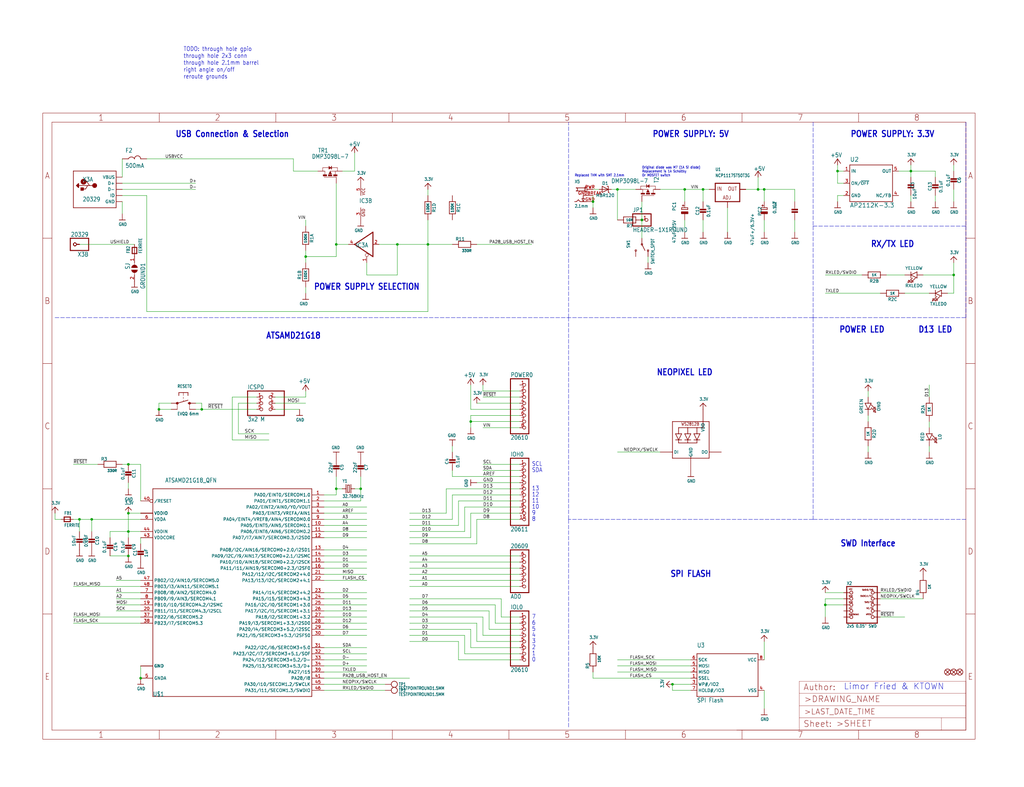
<source format=kicad_sch>
(kicad_sch (version 20211123) (generator eeschema)
  (paper "User" 425.45 327.228)
  (junction (at 317.5 78.74))
  (junction (at 177.8 101.6))
  (junction (at 38.1 215.9))
  (junction (at 33.02 215.9))
  (junction (at 246.38 83.82))
  (junction (at 256.54 78.74))
  (junction (at 266.7 91.44))
  (junction (at 314.96 78.74))
  (junction (at 292.1 78.74))
  (junction (at 66.04 170.18))
  (junction (at 83.82 170.18))
  (junction (at 347.98 71.12))
  (junction (at 58.42 281.94))
  (junction (at 378.46 71.12))
  (junction (at 53.34 213.36))
  (junction (at 139.7 101.6))
  (junction (at 53.34 193.04))
  (junction (at 127 106.68))
  (junction (at 53.34 220.98))
  (junction (at 53.34 231.14))
  (junction (at 149.86 203.2))
  (junction (at 165.1 101.6))
  (junction (at 279.4 284.48))
  (junction (at 284.48 78.74))
  (junction (at 139.7 203.2))
  (junction (at 195.58 175.26))
  (junction (at 396.24 114.3))
  (junction (at 342.9 251.46))
  (wire (pts (xy 170.18 226.06) (xy 198.12 226.06)))
  (wire (pts (xy 396.24 114.3) (xy 396.24 109.22)))
  (wire (pts (xy 177.8 101.6) (xy 187.96 101.6)))
  (wire (pts (xy 215.9 170.18) (xy 195.58 170.18)))
  (wire (pts (xy 134.62 208.28) (xy 149.86 208.28)))
  (wire (pts (xy 58.42 259.08) (xy 30.48 259.08)))
  (wire (pts (xy 53.34 223.52) (xy 53.34 220.98)))
  (wire (pts (xy 198.12 226.06) (xy 198.12 215.9)))
  (wire (pts (xy 53.34 200.66) (xy 53.34 203.2)))
  (wire (pts (xy 33.02 220.98) (xy 33.02 215.9)))
  (wire (pts (xy 106.68 165.1) (xy 96.52 165.1)))
  (wire (pts (xy 215.9 175.26) (xy 195.58 175.26)))
  (wire (pts (xy 309.88 78.74) (xy 314.96 78.74)))
  (polyline (pts (xy 337.82 93.98) (xy 337.82 132.08)))
  (wire (pts (xy 190.5 218.44) (xy 170.18 218.44)))
  (polyline (pts (xy 236.22 302.26) (xy 236.22 215.9)))
  (wire (pts (xy 195.58 175.26) (xy 195.58 177.8)))
  (wire (pts (xy 383.54 248.92) (xy 365.76 248.92)))
  (wire (pts (xy 152.4 256.54) (xy 134.62 256.54)))
  (wire (pts (xy 134.62 279.4) (xy 152.4 279.4)))
  (wire (pts (xy 106.68 167.64) (xy 99.06 167.64)))
  (wire (pts (xy 149.86 203.2) (xy 149.86 198.12)))
  (wire (pts (xy 185.42 203.2) (xy 215.9 203.2)))
  (wire (pts (xy 215.9 213.36) (xy 195.58 213.36)))
  (wire (pts (xy 388.62 71.12) (xy 388.62 73.66)))
  (wire (pts (xy 342.9 248.92) (xy 342.9 251.46)))
  (wire (pts (xy 106.68 170.18) (xy 83.82 170.18)))
  (polyline (pts (xy 236.22 215.9) (xy 236.22 132.08)))
  (polyline (pts (xy 337.82 215.9) (xy 236.22 215.9)))
  (wire (pts (xy 215.9 208.28) (xy 190.5 208.28)))
  (wire (pts (xy 60.96 129.54) (xy 177.8 129.54)))
  (wire (pts (xy 292.1 78.74) (xy 284.48 78.74)))
  (wire (pts (xy 287.02 284.48) (xy 279.4 284.48)))
  (wire (pts (xy 152.4 114.3) (xy 165.1 114.3)))
  (wire (pts (xy 193.04 210.82) (xy 215.9 210.82)))
  (wire (pts (xy 246.38 279.4) (xy 246.38 281.94)))
  (wire (pts (xy 134.62 233.68) (xy 152.4 233.68)))
  (wire (pts (xy 200.66 256.54) (xy 170.18 256.54)))
  (wire (pts (xy 215.9 269.24) (xy 195.58 269.24)))
  (wire (pts (xy 45.72 220.98) (xy 53.34 220.98)))
  (wire (pts (xy 200.66 177.8) (xy 215.9 177.8)))
  (wire (pts (xy 203.2 254) (xy 203.2 261.62)))
  (wire (pts (xy 58.42 241.3) (xy 48.26 241.3)))
  (wire (pts (xy 360.68 162.56) (xy 360.68 165.1)))
  (wire (pts (xy 134.62 269.24) (xy 152.4 269.24)))
  (wire (pts (xy 177.8 129.54) (xy 177.8 101.6)))
  (wire (pts (xy 33.02 215.9) (xy 38.1 215.9)))
  (wire (pts (xy 48.26 254) (xy 58.42 254)))
  (wire (pts (xy 330.2 91.44) (xy 330.2 96.52)))
  (wire (pts (xy 170.18 254) (xy 203.2 254)))
  (wire (pts (xy 30.48 256.54) (xy 58.42 256.54)))
  (wire (pts (xy 147.32 203.2) (xy 149.86 203.2)))
  (wire (pts (xy 50.8 81.28) (xy 60.96 81.28)))
  (wire (pts (xy 368.3 114.3) (xy 375.92 114.3)))
  (wire (pts (xy 347.98 76.2) (xy 347.98 71.12)))
  (wire (pts (xy 396.24 121.92) (xy 396.24 114.3)))
  (wire (pts (xy 279.4 284.48) (xy 279.4 287.02)))
  (wire (pts (xy 187.96 215.9) (xy 170.18 215.9)))
  (wire (pts (xy 292.1 91.44) (xy 292.1 96.52)))
  (wire (pts (xy 152.4 218.44) (xy 134.62 218.44)))
  (wire (pts (xy 198.12 266.7) (xy 215.9 266.7)))
  (wire (pts (xy 170.18 231.14) (xy 215.9 231.14)))
  (wire (pts (xy 195.58 261.62) (xy 170.18 261.62)))
  (wire (pts (xy 127 165.1) (xy 114.3 165.1)))
  (wire (pts (xy 200.66 165.1) (xy 215.9 165.1)))
  (wire (pts (xy 134.62 264.16) (xy 152.4 264.16)))
  (wire (pts (xy 139.7 76.2) (xy 139.7 101.6)))
  (wire (pts (xy 142.24 71.12) (xy 147.32 71.12)))
  (wire (pts (xy 177.8 91.44) (xy 177.8 101.6)))
  (wire (pts (xy 287.02 274.32) (xy 256.54 274.32)))
  (wire (pts (xy 350.52 248.92) (xy 342.9 248.92)))
  (wire (pts (xy 142.24 203.2) (xy 139.7 203.2)))
  (wire (pts (xy 33.02 101.6) (xy 55.88 101.6)))
  (wire (pts (xy 378.46 71.12) (xy 378.46 73.66)))
  (wire (pts (xy 386.08 175.26) (xy 386.08 177.8)))
  (wire (pts (xy 350.52 76.2) (xy 347.98 76.2)))
  (wire (pts (xy 187.96 187.96) (xy 187.96 185.42)))
  (wire (pts (xy 134.62 205.74) (xy 139.7 205.74)))
  (wire (pts (xy 358.14 114.3) (xy 342.9 114.3)))
  (wire (pts (xy 190.5 266.7) (xy 170.18 266.7)))
  (wire (pts (xy 165.1 114.3) (xy 165.1 101.6)))
  (wire (pts (xy 246.38 281.94) (xy 287.02 281.94)))
  (wire (pts (xy 152.4 109.22) (xy 152.4 114.3)))
  (wire (pts (xy 342.9 251.46) (xy 342.9 256.54)))
  (wire (pts (xy 193.04 264.16) (xy 193.04 271.78)))
  (wire (pts (xy 208.28 256.54) (xy 215.9 256.54)))
  (wire (pts (xy 215.9 233.68) (xy 170.18 233.68)))
  (wire (pts (xy 134.62 220.98) (xy 152.4 220.98)))
  (wire (pts (xy 127 162.56) (xy 127 165.1)))
  (wire (pts (xy 185.42 213.36) (xy 185.42 203.2)))
  (wire (pts (xy 269.24 106.68) (xy 269.24 109.22)))
  (wire (pts (xy 314.96 73.66) (xy 314.96 78.74)))
  (wire (pts (xy 149.86 208.28) (xy 149.86 203.2)))
  (wire (pts (xy 215.9 274.32) (xy 190.5 274.32)))
  (wire (pts (xy 152.4 228.6) (xy 134.62 228.6)))
  (wire (pts (xy 157.48 101.6) (xy 165.1 101.6)))
  (wire (pts (xy 284.48 83.82) (xy 284.48 78.74)))
  (wire (pts (xy 134.62 274.32) (xy 152.4 274.32)))
  (wire (pts (xy 347.98 81.28) (xy 347.98 83.82)))
  (wire (pts (xy 215.9 200.66) (xy 198.12 200.66)))
  (wire (pts (xy 274.32 78.74) (xy 284.48 78.74)))
  (wire (pts (xy 40.64 193.04) (xy 30.48 193.04)))
  (wire (pts (xy 378.46 81.28) (xy 378.46 83.82)))
  (wire (pts (xy 134.62 215.9) (xy 152.4 215.9)))
  (wire (pts (xy 58.42 246.38) (xy 48.26 246.38)))
  (wire (pts (xy 134.62 223.52) (xy 152.4 223.52)))
  (wire (pts (xy 22.86 213.36) (xy 22.86 215.9)))
  (wire (pts (xy 198.12 215.9) (xy 215.9 215.9)))
  (wire (pts (xy 81.28 167.64) (xy 83.82 167.64)))
  (polyline (pts (xy 337.82 132.08) (xy 236.22 132.08)))
  (wire (pts (xy 215.9 167.64) (xy 198.12 167.64)))
  (wire (pts (xy 203.2 261.62) (xy 215.9 261.62)))
  (wire (pts (xy 187.96 215.9) (xy 187.96 205.74)))
  (wire (pts (xy 127 93.98) (xy 127 91.44)))
  (wire (pts (xy 139.7 203.2) (xy 139.7 205.74)))
  (wire (pts (xy 347.98 71.12) (xy 350.52 71.12)))
  (wire (pts (xy 378.46 71.12) (xy 388.62 71.12)))
  (wire (pts (xy 83.82 167.64) (xy 83.82 170.18)))
  (wire (pts (xy 378.46 68.58) (xy 378.46 71.12)))
  (wire (pts (xy 200.66 162.56) (xy 215.9 162.56)))
  (polyline (pts (xy 401.32 215.9) (xy 337.82 215.9)))
  (wire (pts (xy 127 106.68) (xy 139.7 106.68)))
  (wire (pts (xy 205.74 259.08) (xy 205.74 251.46)))
  (wire (pts (xy 383.54 114.3) (xy 396.24 114.3)))
  (wire (pts (xy 208.28 248.92) (xy 208.28 256.54)))
  (wire (pts (xy 373.38 71.12) (xy 378.46 71.12)))
  (polyline (pts (xy 337.82 93.98) (xy 401.32 93.98)))
  (wire (pts (xy 375.92 121.92) (xy 386.08 121.92)))
  (wire (pts (xy 121.92 66.04) (xy 121.92 71.12)))
  (wire (pts (xy 160.02 287.02) (xy 134.62 287.02)))
  (wire (pts (xy 144.78 101.6) (xy 139.7 101.6)))
  (wire (pts (xy 139.7 106.68) (xy 139.7 101.6)))
  (wire (pts (xy 195.58 269.24) (xy 195.58 261.62)))
  (wire (pts (xy 195.58 160.02) (xy 195.58 170.18)))
  (wire (pts (xy 187.96 195.58) (xy 187.96 198.12)))
  (wire (pts (xy 134.62 213.36) (xy 152.4 213.36)))
  (wire (pts (xy 99.06 180.34) (xy 111.76 180.34)))
  (wire (pts (xy 71.12 170.18) (xy 66.04 170.18)))
  (wire (pts (xy 53.34 193.04) (xy 58.42 193.04)))
  (wire (pts (xy 177.8 81.28) (xy 177.8 78.74)))
  (wire (pts (xy 81.28 170.18) (xy 83.82 170.18)))
  (wire (pts (xy 246.38 83.82) (xy 246.38 86.36)))
  (wire (pts (xy 58.42 213.36) (xy 53.34 213.36)))
  (wire (pts (xy 365.76 256.54) (xy 375.92 256.54)))
  (wire (pts (xy 388.62 81.28) (xy 388.62 83.82)))
  (wire (pts (xy 121.92 71.12) (xy 132.08 71.12)))
  (wire (pts (xy 193.04 271.78) (xy 215.9 271.78)))
  (wire (pts (xy 256.54 91.44) (xy 256.54 78.74)))
  (wire (pts (xy 350.52 246.38) (xy 342.9 246.38)))
  (wire (pts (xy 58.42 276.86) (xy 58.42 281.94)))
  (wire (pts (xy 279.4 287.02) (xy 287.02 287.02)))
  (wire (pts (xy 22.86 215.9) (xy 25.4 215.9)))
  (wire (pts (xy 134.62 210.82) (xy 152.4 210.82)))
  (wire (pts (xy 215.9 193.04) (xy 200.66 193.04)))
  (wire (pts (xy 266.7 91.44) (xy 266.7 99.06)))
  (wire (pts (xy 195.58 223.52) (xy 170.18 223.52)))
  (wire (pts (xy 317.5 91.44) (xy 317.5 96.52)))
  (wire (pts (xy 45.72 223.52) (xy 45.72 220.98)))
  (wire (pts (xy 134.62 251.46) (xy 152.4 251.46)))
  (wire (pts (xy 96.52 182.88) (xy 111.76 182.88)))
  (wire (pts (xy 170.18 248.92) (xy 208.28 248.92)))
  (wire (pts (xy 58.42 243.84) (xy 30.48 243.84)))
  (wire (pts (xy 45.72 231.14) (xy 53.34 231.14)))
  (wire (pts (xy 66.04 167.64) (xy 66.04 170.18)))
  (wire (pts (xy 266.7 91.44) (xy 266.7 83.82)))
  (wire (pts (xy 187.96 205.74) (xy 215.9 205.74)))
  (wire (pts (xy 200.66 160.02) (xy 200.66 162.56)))
  (wire (pts (xy 53.34 193.04) (xy 50.8 193.04)))
  (wire (pts (xy 99.06 167.64) (xy 99.06 180.34)))
  (wire (pts (xy 152.4 236.22) (xy 134.62 236.22)))
  (wire (pts (xy 134.62 241.3) (xy 152.4 241.3)))
  (wire (pts (xy 134.62 254) (xy 152.4 254)))
  (wire (pts (xy 147.32 71.12) (xy 147.32 63.5)))
  (wire (pts (xy 330.2 78.74) (xy 330.2 83.82)))
  (wire (pts (xy 134.62 231.14) (xy 152.4 231.14)))
  (wire (pts (xy 396.24 78.74) (xy 396.24 83.82)))
  (wire (pts (xy 246.38 81.28) (xy 246.38 83.82)))
  (wire (pts (xy 170.18 264.16) (xy 193.04 264.16)))
  (wire (pts (xy 215.9 198.12) (xy 187.96 198.12)))
  (wire (pts (xy 256.54 276.86) (xy 287.02 276.86)))
  (wire (pts (xy 314.96 78.74) (xy 317.5 78.74)))
  (polyline (pts (xy 337.82 132.08) (xy 401.32 132.08)))
  (wire (pts (xy 134.62 238.76) (xy 152.4 238.76)))
  (wire (pts (xy 152.4 248.92) (xy 134.62 248.92)))
  (wire (pts (xy 195.58 172.72) (xy 195.58 175.26)))
  (wire (pts (xy 215.9 243.84) (xy 170.18 243.84)))
  (wire (pts (xy 256.54 78.74) (xy 264.16 78.74)))
  (wire (pts (xy 124.46 170.18) (xy 114.3 170.18)))
  (polyline (pts (xy 401.32 93.98) (xy 401.32 132.08)))
  (wire (pts (xy 317.5 78.74) (xy 330.2 78.74)))
  (wire (pts (xy 152.4 276.86) (xy 134.62 276.86)))
  (wire (pts (xy 60.96 81.28) (xy 60.96 129.54)))
  (wire (pts (xy 165.1 101.6) (xy 177.8 101.6)))
  (wire (pts (xy 317.5 78.74) (xy 317.5 83.82)))
  (polyline (pts (xy 401.32 50.8) (xy 401.32 93.98)))
  (wire (pts (xy 254 78.74) (xy 256.54 78.74)))
  (wire (pts (xy 50.8 83.82) (xy 50.8 88.9)))
  (wire (pts (xy 127 121.92) (xy 127 119.38)))
  (wire (pts (xy 134.62 281.94) (xy 170.18 281.94)))
  (polyline (pts (xy 337.82 50.8) (xy 337.82 93.98)))
  (wire (pts (xy 294.64 78.74) (xy 292.1 78.74)))
  (wire (pts (xy 114.3 167.64) (xy 127 167.64)))
  (wire (pts (xy 170.18 220.98) (xy 193.04 220.98)))
  (wire (pts (xy 396.24 71.12) (xy 396.24 68.58)))
  (wire (pts (xy 38.1 215.9) (xy 58.42 215.9)))
  (wire (pts (xy 58.42 223.52) (xy 58.42 226.06)))
  (polyline (pts (xy 236.22 132.08) (xy 236.22 50.8)))
  (wire (pts (xy 386.08 187.96) (xy 386.08 185.42)))
  (wire (pts (xy 360.68 185.42) (xy 360.68 187.96)))
  (wire (pts (xy 170.18 241.3) (xy 215.9 241.3)))
  (wire (pts (xy 60.96 66.04) (xy 121.92 66.04)))
  (wire (pts (xy 134.62 271.78) (xy 152.4 271.78)))
  (wire (pts (xy 170.18 213.36) (xy 185.42 213.36)))
  (wire (pts (xy 134.62 284.48) (xy 160.02 284.48)))
  (wire (pts (xy 200.66 264.16) (xy 200.66 256.54)))
  (wire (pts (xy 292.1 78.74) (xy 292.1 83.82)))
  (wire (pts (xy 127 109.22) (xy 127 106.68)))
  (wire (pts (xy 317.5 294.64) (xy 317.5 287.02)))
  (wire (pts (xy 287.02 279.4) (xy 256.54 279.4)))
  (wire (pts (xy 215.9 195.58) (xy 200.66 195.58)))
  (wire (pts (xy 302.26 96.52) (xy 302.26 86.36)))
  (polyline (pts (xy 22.86 132.08) (xy 236.22 132.08)))
  (wire (pts (xy 48.26 248.92) (xy 58.42 248.92)))
  (wire (pts (xy 215.9 172.72) (xy 195.58 172.72)))
  (wire (pts (xy 205.74 251.46) (xy 170.18 251.46)))
  (wire (pts (xy 170.18 236.22) (xy 215.9 236.22)))
  (wire (pts (xy 30.48 215.9) (xy 33.02 215.9)))
  (wire (pts (xy 215.9 238.76) (xy 170.18 238.76)))
  (wire (pts (xy 58.42 193.04) (xy 58.42 208.28)))
  (wire (pts (xy 58.42 220.98) (xy 53.34 220.98)))
  (polyline (pts (xy 337.82 132.08) (xy 337.82 215.9)))
  (wire (pts (xy 284.48 96.52) (xy 284.48 91.44)))
  (wire (pts (xy 139.7 198.12) (xy 139.7 203.2)))
  (wire (pts (xy 386.08 160.02) (xy 386.08 165.1)))
  (wire (pts (xy 50.8 66.04) (xy 50.8 73.66)))
  (wire (pts (xy 134.62 259.08) (xy 152.4 259.08)))
  (wire (pts (xy 350.52 251.46) (xy 342.9 251.46)))
  (wire (pts (xy 71.12 167.64) (xy 66.04 167.64)))
  (wire (pts (xy 393.7 121.92) (xy 396.24 121.92)))
  (wire (pts (xy 127 106.68) (xy 127 104.14)))
  (wire (pts (xy 274.32 187.96) (xy 256.54 187.96)))
  (wire (pts (xy 134.62 261.62) (xy 152.4 261.62)))
  (wire (pts (xy 248.92 78.74) (xy 246.38 78.74)))
  (wire (pts (xy 96.52 165.1) (xy 96.52 182.88)))
  (wire (pts (xy 190.5 208.28) (xy 190.5 218.44)))
  (wire (pts (xy 317.5 266.7) (xy 317.5 274.32)))
  (wire (pts (xy 50.8 78.74) (xy 81.28 78.74)))
  (wire (pts (xy 195.58 213.36) (xy 195.58 223.52)))
  (wire (pts (xy 53.34 220.98) (xy 53.34 213.36)))
  (wire (pts (xy 220.98 101.6) (xy 198.12 101.6)))
  (wire (pts (xy 215.9 264.16) (xy 200.66 264.16)))
  (wire (pts (xy 198.12 259.08) (xy 198.12 266.7)))
  (wire (pts (xy 38.1 220.98) (xy 38.1 215.9)))
  (wire (pts (xy 170.18 259.08) (xy 198.12 259.08)))
  (wire (pts (xy 347.98 68.58) (xy 347.98 71.12)))
  (wire (pts (xy 365.76 246.38) (xy 375.92 246.38)))
  (wire (pts (xy 58.42 251.46) (xy 48.26 251.46)))
  (wire (pts (xy 350.52 81.28) (xy 347.98 81.28)))
  (wire (pts (xy 190.5 274.32) (xy 190.5 266.7)))
  (wire (pts (xy 360.68 175.26) (xy 360.68 172.72)))
  (wire (pts (xy 50.8 76.2) (xy 81.28 76.2)))
  (wire (pts (xy 215.9 259.08) (xy 205.74 259.08)))
  (wire (pts (xy 193.04 220.98) (xy 193.04 210.82)))
  (wire (pts (xy 342.9 121.92) (xy 365.76 121.92)))
  (wire (pts (xy 134.62 246.38) (xy 152.4 246.38)))
  (text "13" (at 220.98 203.2 180) (effects (font (size 1.778 1.5113)) (justify left)))
  (text "2" (at 220.98 269.24 180) (effects (font (size 1.778 1.5113)) (justify left)))
  (text "D13 LED" (at 388.62 137.16 180) (effects (font (size 2.54 2.159) (thickness 0.4318) bold)))
  (text "9" (at 220.98 213.36 180) (effects (font (size 1.778 1.5113)) (justify left)))
  (text "10" (at 220.98 210.82 180) (effects (font (size 1.778 1.5113)) (justify left)))
  (text "ATSAMD21G18" (at 121.92 139.7 180) (effects (font (size 2.54 2.159) (thickness 0.4318) bold)))
  (text "3" (at 220.98 266.7 180) (effects (font (size 1.778 1.5113)) (justify left)))
  (text "POWER LED" (at 358.14 137.16 180) (effects (font (size 2.54 2.159) (thickness 0.4318) bold)))
  (text "POWER SUPPLY: 3.3V" (at 370.84 55.88 180) (effects (font (size 2.54 2.159) (thickness 0.4318) bold)))
  (text "TODO: through hole gpio\nthrough hole 2x3 conn\nthrough hole 2.1mm barrel\nright angle on/off\nreroute grounds" (at 76.2 33.02 180) (effects (font (size 1.778 1.5113)) (justify left bottom)))
  (text "8" (at 220.98 215.9 180) (effects (font (size 1.778 1.5113)) (justify left)))
  (text "USB Connection & Selection" (at 96.52 55.88 180) (effects (font (size 2.54 2.159) (thickness 0.4318) bold)))
  (text "11" (at 220.98 208.28 180) (effects (font (size 1.778 1.5113)) (justify left)))
  (text "SDA" (at 220.98 195.58 180) (effects (font (size 1.778 1.5113)) (justify left)))
  (text "1" (at 220.98 271.78 180) (effects (font (size 1.778 1.5113)) (justify left)))
  (text "4" (at 220.98 264.16 180) (effects (font (size 1.778 1.5113)) (justify left)))
  (text "12" (at 220.98 205.74 180) (effects (font (size 1.778 1.5113)) (justify left)))
  (text "POWER SUPPLY SELECTION" (at 152.4 119.38 180) (effects (font (size 2.54 2.159) (thickness 0.4318) bold)))
  (text "SPI FLASH" (at 287.02 238.76 180) (effects (font (size 2.54 2.159) (thickness 0.4318) bold)))
  (text "POWER SUPPLY: 5V" (at 287.02 55.88 180) (effects (font (size 2.54 2.159) (thickness 0.4318) bold)))
  (text "Original diode was M7 (1A Si diode)\nReplacement is 1A Schottky\nOr MOSFET switch" (at 266.7 73.66 180) (effects (font (size 1.016 0.8636)) (justify left bottom)))
  (text "RX/TX LED" (at 370.84 101.6 180) (effects (font (size 2.54 2.159) (thickness 0.4318) bold)))
  (text "NEOPIXEL LED" (at 284.48 154.94 180) (effects (font (size 2.54 2.159) (thickness 0.4318) bold)))
  (text "SWD Interface" (at 360.68 226.06 180) (effects (font (size 2.54 2.159) (thickness 0.4318) bold)))
  (text "0" (at 220.98 274.32 180) (effects (font (size 1.778 1.5113)) (justify left)))
  (text "6" (at 220.98 259.08 180) (effects (font (size 1.778 1.5113)) (justify left)))
  (text "SCL" (at 220.98 193.04 180) (effects (font (size 1.778 1.5113)) (justify left)))
  (text "Limor Fried & KTOWN" (at 350.52 287.02 180) (effects (font (size 2.54 2.54)) (justify left bottom)))
  (text "Replaced THM with SMT 2.1mm" (at 238.76 73.66 180) (effects (font (size 1.016 0.8636)) (justify left bottom)))
  (text "7" (at 220.98 256.54 180) (effects (font (size 1.778 1.5113)) (justify left)))
  (text "5" (at 220.98 261.62 180) (effects (font (size 1.778 1.5113)) (justify left)))
  (label "A4" (at 142.24 218.44 0) (effects (font (size 1.2446 1.2446))))
  (label "FLASH_SCK" (at 30.48 259.08 0) (effects (font (size 1.2446 1.2446))))
  (label "D13" (at 175.26 213.36 0) (effects (font (size 1.2446 1.2446))))
  (label "PA28_USB_HOST_EN" (at 203.2 101.6 0) (effects (font (size 1.2446 1.2446))))
  (label "NEOPIX/SWCLK" (at 142.24 284.48 0) (effects (font (size 1.2446 1.2446))))
  (label "D2" (at 175.26 261.62 0) (effects (font (size 1.2446 1.2446))))
  (label "~{RESET}" (at 30.48 193.04 0) (effects (font (size 1.2446 1.2446))))
  (label "MOSI" (at 119.38 167.64 0) (effects (font (size 1.3513 1.3513))))
  (label "FLASH_MOSI" (at 261.62 276.86 0) (effects (font (size 1.2446 1.2446))))
  (label "D12" (at 175.26 215.9 0) (effects (font (size 1.2446 1.2446))))
  (label "MOSI" (at 48.26 251.46 0) (effects (font (size 1.2446 1.2446))))
  (label "D13" (at 142.24 254 0) (effects (font (size 1.2446 1.2446))))
  (label "D9" (at 200.66 213.36 0) (effects (font (size 1.3513 1.3513))))
  (label "D5" (at 175.26 254 0) (effects (font (size 1.2446 1.2446))))
  (label "~{RESET}" (at 86.36 170.18 0) (effects (font (size 1.3513 1.3513))))
  (label "D1" (at 142.24 233.68 0) (effects (font (size 1.2446 1.2446))))
  (label "TXLED" (at 342.9 121.92 0) (effects (font (size 1.2446 1.2446))))
  (label "USBVCC" (at 68.58 66.04 0) (effects (font (size 1.2446 1.2446))))
  (label "D7" (at 175.26 248.92 0) (effects (font (size 1.2446 1.2446))))
  (label "A2" (at 175.26 238.76 0) (effects (font (size 1.2446 1.2446))))
  (label "D12" (at 200.66 205.74 0) (effects (font (size 1.3513 1.3513))))
  (label "D2" (at 142.24 246.38 0) (effects (font (size 1.2446 1.2446))))
  (label "RXLED/SWDIO" (at 365.76 246.38 0) (effects (font (size 1.2446 1.2446))))
  (label "~{RESET}" (at 365.76 256.54 0) (effects (font (size 1.2446 1.2446))))
  (label "SDA" (at 200.66 195.58 0) (effects (font (size 1.2446 1.2446))))
  (label "SCK" (at 48.26 254 0) (effects (font (size 1.2446 1.2446))))
  (label "A3" (at 142.24 215.9 0) (effects (font (size 1.2446 1.2446))))
  (label "D9" (at 175.26 223.52 0) (effects (font (size 1.2446 1.2446))))
  (label "USHIELD" (at 45.72 101.6 0) (effects (font (size 1.2446 1.2446))))
  (label "D10" (at 175.26 220.98 0) (effects (font (size 1.2446 1.2446))))
  (label "D13" (at 386.08 165.1 90) (effects (font (size 1.2446 1.2446))))
  (label "D7" (at 142.24 264.16 0) (effects (font (size 1.2446 1.2446))))
  (label "VIN" (at 287.02 78.74 0) (effects (font (size 1.2446 1.2446))))
  (label "D-" (at 142.24 274.32 0) (effects (font (size 1.2446 1.2446))))
  (label "SDA" (at 142.24 269.24 0) (effects (font (size 1.2446 1.2446))))
  (label "RXLED/SWDIO" (at 342.9 114.3 0) (effects (font (size 1.2446 1.2446))))
  (label "SCL" (at 200.66 193.04 0) (effects (font (size 1.2446 1.2446))))
  (label "A0" (at 142.24 210.82 0) (effects (font (size 1.2446 1.2446))))
  (label "TXLED" (at 142.24 279.4 0) (effects (font (size 1.2446 1.2446))))
  (label "D11" (at 200.66 208.28 0) (effects (font (size 1.3513 1.3513))))
  (label "AREF" (at 142.24 213.36 0) (effects (font (size 1.2446 1.2446))))
  (label "D4" (at 175.26 256.54 0) (effects (font (size 1.2446 1.2446))))
  (label "A2" (at 48.26 248.92 0) (effects (font (size 1.2446 1.2446))))
  (label "D6" (at 175.26 251.46 0) (effects (font (size 1.2446 1.2446))))
  (label "VIN" (at 200.66 177.8 0) (effects (font (size 1.2446 1.2446))))
  (label "FLASH_MOSI" (at 30.48 256.54 0) (effects (font (size 1.2446 1.2446))))
  (label "D0" (at 142.24 236.22 0) (effects (font (size 1.2446 1.2446))))
  (label "FLASH_CS" (at 142.24 241.3 0) (effects (font (size 1.2446 1.2446))))
  (label "D5" (at 142.24 248.92 0) (effects (font (size 1.2446 1.2446))))
  (label "MISO" (at 142.24 238.76 0) (effects (font (size 1.2446 1.2446))))
  (label "A0" (at 175.26 243.84 0) (effects (font (size 1.2446 1.2446))))
  (label "D11" (at 142.24 251.46 0) (effects (font (size 1.2446 1.2446))))
  (label "D+" (at 142.24 276.86 0) (effects (font (size 1.2446 1.2446))))
  (label "GND" (at 200.66 200.66 0) (effects (font (size 1.3513 1.3513))))
  (label "D4" (at 142.24 228.6 0) (effects (font (size 1.2446 1.2446))))
  (label "NEOPIX/SWCLK" (at 365.76 248.92 0) (effects (font (size 1.2446 1.2446))))
  (label "D6" (at 142.24 261.62 0) (effects (font (size 1.2446 1.2446))))
  (label "FLASH_SCK" (at 261.62 274.32 0) (effects (font (size 1.2446 1.2446))))
  (label "D9" (at 142.24 223.52 0) (effects (font (size 1.2446 1.2446))))
  (label "D8" (at 175.26 226.06 0) (effects (font (size 1.2446 1.2446))))
  (label "SCL" (at 142.24 271.78 0) (effects (font (size 1.2446 1.2446))))
  (label "MISO" (at 101.6 182.88 0) (effects (font (size 1.3513 1.3513))))
  (label "A1" (at 175.26 241.3 0) (effects (font (size 1.2446 1.2446))))
  (label "D12" (at 142.24 259.08 0) (effects (font (size 1.2446 1.2446))))
  (label "D3" (at 142.24 231.14 0) (effects (font (size 1.2446 1.2446))))
  (label "D1" (at 175.26 264.16 0) (effects (font (size 1.2446 1.2446))))
  (label "D+" (at 78.74 76.2 0) (effects (font (size 1.2446 1.2446))))
  (label "SCK" (at 101.6 180.34 0) (effects (font (size 1.3513 1.3513))))
  (label "AREF" (at 200.66 198.12 0) (effects (font (size 1.3513 1.3513))))
  (label "FLASH_MISO" (at 261.62 279.4 0) (effects (font (size 1.2446 1.2446))))
  (label "D13" (at 200.66 203.2 0) (effects (font (size 1.3513 1.3513))))
  (label "A1" (at 48.26 246.38 0) (effects (font (size 1.2446 1.2446))))
  (label "D10" (at 142.24 256.54 0) (effects (font (size 1.2446 1.2446))))
  (label "A5" (at 175.26 231.14 0) (effects (font (size 1.2446 1.2446))))
  (label "A4" (at 175.26 233.68 0) (effects (font (size 1.2446 1.2446))))
  (label "D8" (at 142.24 220.98 0) (effects (font (size 1.2446 1.2446))))
  (label "VIN" (at 127 91.44 180) (effects (font (size 1.2446 1.2446))))
  (label "FLASH_CS" (at 261.62 281.94 0) (effects (font (size 1.2446 1.2446))))
  (label "FLASH_MISO" (at 30.48 243.84 0) (effects (font (size 1.2446 1.2446))))
  (label "D10" (at 200.66 210.82 0) (effects (font (size 1.3513 1.3513))))
  (label "D0" (at 175.26 266.7 0) (effects (font (size 1.2446 1.2446))))
  (label "D8" (at 200.66 215.9 0) (effects (font (size 1.3513 1.3513))))
  (label "RXLED/SWDIO" (at 142.24 287.02 0) (effects (font (size 1.2446 1.2446))))
  (label "D-" (at 78.74 78.74 0) (effects (font (size 1.2446 1.2446))))
  (label "A5" (at 48.26 241.3 0) (effects (font (size 1.2446 1.2446))))
  (label "PA28_USB_HOST_EN" (at 142.24 281.94 0) (effects (font (size 1.2446 1.2446))))
  (label "A3" (at 175.26 236.22 0) (effects (font (size 1.2446 1.2446))))
  (label "D3" (at 175.26 259.08 0) (effects (font (size 1.2446 1.2446))))
  (label "~{RESET}" (at 200.66 165.1 0) (effects (font (size 1.1735 1.1735))))
  (label "D11" (at 175.26 218.44 0) (effects (font (size 1.2446 1.2446))))
  (label "NEOPIX/SWCLK" (at 259.08 187.96 0) (effects (font (size 1.2446 1.2446))))
  (symbol (lib_id "eagleSchem-eagle-import:GND") (at 388.62 86.36 0) (unit 1)
    (property "Reference" "#GND26" (effects hide))
    (property "Value" "GND" (at 387.096 88.9 0) (effects (font (size 1.27 1.0795)) (justify left bottom)))
    (property "Footprint" "eagleSchem:" (effects hide))
  )
  (symbol (lib_id "eagleSchem-eagle-import:RESISTOR0805_NOOUTLINE") (at 193.04 101.6 0) (unit 1)
    (property "Reference" "R11" (at 189.23 100.1014 0) (effects (justify left bottom)))
    (property "Value" "330R" (at 191.77 104.902 0) (effects (font (size 1.016 1.016) bold) (justify left bottom)))
    (property "Footprint" "eagleSchem:0805-NO" (effects hide))
  )
  (symbol (lib_id "eagleSchem-eagle-import:GND") (at 330.2 99.06 0) (unit 1)
    (property "Reference" "#GND7" (effects hide))
    (property "Value" "GND" (at 328.676 101.6 0) (effects (font (size 1.27 1.0795)) (justify left bottom)))
    (property "Footprint" "eagleSchem:" (effects hide))
  )
  (symbol (lib_id "eagleSchem-eagle-import:TESTPOINTROUND1.5MM") (at 160.02 287.02 270) (unit 1)
    (property "Reference" "TP2" (at 165.608 287.02 90) (effects (font (size 1.27 1.0795)) (justify left)))
    (property "Value" "TESTPOINTROUND1.5MM" (at 165.608 288.671 90) (effects (font (size 1.27 1.0795)) (justify left)))
    (property "Footprint" "eagleSchem:TESTPOINT_ROUND_1.5MM" (effects hide))
  )
  (symbol (lib_id "eagleSchem-eagle-import:CAP_CERAMIC0805-NOOUTLINE") (at 149.86 193.04 180) (unit 1)
    (property "Reference" "C7" (at 152.15 194.29 90))
    (property "Value" "22pF" (at 147.56 194.29 90))
    (property "Footprint" "eagleSchem:0805-NO" (effects hide))
  )
  (symbol (lib_id "eagleSchem-eagle-import:RESISTOR_4PACK") (at 127 114.3 90) (unit 2)
    (property "Reference" "R1" (at 124.46 114.3 0))
    (property "Value" "100K" (at 127 114.3 0) (effects (font (size 1.016 1.016) bold)))
    (property "Footprint" "eagleSchem:RESPACK_4X0603" (effects hide))
  )
  (symbol (lib_id "eagleSchem-eagle-import:FIDUCIAL_1MM") (at 396.24 279.4 0) (unit 1)
    (property "Reference" "FD3" (effects hide))
    (property "Value" "FIDUCIAL_1MM" (effects hide))
    (property "Footprint" "eagleSchem:FIDUCIAL_1MM" (effects hide))
  )
  (symbol (lib_id "eagleSchem-eagle-import:CAP_CERAMIC0805-NOOUTLINE") (at 187.96 193.04 0) (unit 1)
    (property "Reference" "C4" (at 185.67 191.79 90))
    (property "Value" "0.1uF" (at 190.26 191.79 90))
    (property "Footprint" "eagleSchem:0805-NO" (effects hide))
  )
  (symbol (lib_id "eagleSchem-eagle-import:CAP_CERAMIC0805-NOOUTLINE") (at 33.02 223.52 180) (unit 1)
    (property "Reference" "C8" (at 35.31 224.77 90))
    (property "Value" "10uF" (at 30.72 224.77 90))
    (property "Footprint" "eagleSchem:0805-NO" (effects hide))
  )
  (symbol (lib_id "eagleSchem-eagle-import:CRYSTAL8.0X3.8") (at 144.78 203.2 0) (unit 1)
    (property "Reference" "Y1" (at 142.24 200.66 0) (effects (font (size 1.27 1.0795)) (justify left bottom)))
    (property "Value" "32.768KHz" (at 142.24 207.01 0) (effects (font (size 1.27 1.0795)) (justify left bottom)))
    (property "Footprint" "eagleSchem:CRYSTAL_8X3.8" (effects hide))
  )
  (symbol (lib_id "eagleSchem-eagle-import:TESTPOINTROUND1.5MM") (at 160.02 284.48 270) (unit 1)
    (property "Reference" "TP1" (at 165.608 284.48 90) (effects (font (size 1.27 1.0795)) (justify left)))
    (property "Value" "TESTPOINTROUND1.5MM" (at 165.608 286.131 90) (effects (font (size 1.27 1.0795)) (justify left)))
    (property "Footprint" "eagleSchem:TESTPOINT_ROUND_1.5MM" (effects hide))
  )
  (symbol (lib_id "eagleSchem-eagle-import:GND") (at 284.48 99.06 0) (unit 1)
    (property "Reference" "#GND9" (effects hide))
    (property "Value" "GND" (at 282.956 101.6 0) (effects (font (size 1.27 1.0795)) (justify left bottom)))
    (property "Footprint" "eagleSchem:" (effects hide))
  )
  (symbol (lib_id "eagleSchem-eagle-import:GND") (at 386.08 190.5 0) (unit 1)
    (property "Reference" "#GND17" (effects hide))
    (property "Value" "GND" (at 384.556 193.04 0) (effects (font (size 1.27 1.0795)) (justify left bottom)))
    (property "Footprint" "eagleSchem:" (effects hide))
  )
  (symbol (lib_id "eagleSchem-eagle-import:3.3V") (at 396.24 66.04 0) (unit 1)
    (property "Reference" "#U$9" (effects hide))
    (property "Value" "3.3V" (at 394.716 65.024 0) (effects (font (size 1.27 1.0795)) (justify left bottom)))
    (property "Footprint" "eagleSchem:" (effects hide))
  )
  (symbol (lib_id "eagleSchem-eagle-import:HEADER-1X8OVALWAVE") (at 218.44 170.18 0) (unit 1)
    (property "Reference" "POWER0" (at 212.09 156.845 0) (effects (font (size 1.778 1.5113)) (justify left bottom)))
    (property "Value" "20610" (at 212.09 182.88 0) (effects (font (size 1.778 1.5113)) (justify left bottom)))
    (property "Footprint" "eagleSchem:1X08_OVALWAVE" (effects hide))
  )
  (symbol (lib_id "eagleSchem-eagle-import:GND") (at 149.86 187.96 180) (unit 1)
    (property "Reference" "#U$12" (effects hide))
    (property "Value" "GND" (at 151.384 185.42 0) (effects (font (size 1.27 1.0795)) (justify left bottom)))
    (property "Footprint" "eagleSchem:" (effects hide))
  )
  (symbol (lib_id "eagleSchem-eagle-import:RESISTOR_4PACK") (at 386.08 170.18 90) (unit 1)
    (property "Reference" "R2" (at 383.54 170.18 0))
    (property "Value" "1K" (at 386.08 170.18 0) (effects (font (size 1.016 1.016) bold)))
    (property "Footprint" "eagleSchem:RESPACK_4X0603" (effects hide))
  )
  (symbol (lib_id "eagleSchem-eagle-import:HEADER-1X8OVALWAVE") (at 218.44 266.7 0) (unit 1)
    (property "Reference" "IOL0" (at 212.09 253.365 0) (effects (font (size 1.778 1.5113)) (justify left bottom)))
    (property "Value" "20610" (at 212.09 279.4 0) (effects (font (size 1.778 1.5113)) (justify left bottom)))
    (property "Footprint" "eagleSchem:1X08_OVALWAVE" (effects hide))
  )
  (symbol (lib_id "eagleSchem-eagle-import:FIDUCIAL_1MM") (at 398.78 279.4 0) (unit 1)
    (property "Reference" "FD2" (effects hide))
    (property "Value" "FIDUCIAL_1MM" (effects hide))
    (property "Footprint" "eagleSchem:FIDUCIAL_1MM" (effects hide))
  )
  (symbol (lib_id "eagleSchem-eagle-import:GND") (at 55.88 119.38 0) (unit 1)
    (property "Reference" "#GND16" (effects hide))
    (property "Value" "GND" (at 54.356 121.92 0) (effects (font (size 1.27 1.0795)) (justify left bottom)))
    (property "Footprint" "eagleSchem:" (effects hide))
  )
  (symbol (lib_id "eagleSchem-eagle-import:JTAG-CORTEXBOXPOSTS") (at 358.14 251.46 0) (unit 1)
    (property "Reference" "X2" (at 351.79 243.205 0) (effects (font (size 1.27 1.0795)) (justify left bottom)))
    (property "Value" "2x5 0.05\" SWD" (at 351.79 260.985 0) (effects (font (size 1.27 1.0795)) (justify left bottom)))
    (property "Footprint" "eagleSchem:2X05_1.27MM_BOX_POSTS" (effects hide))
  )
  (symbol (lib_id "eagleSchem-eagle-import:GND") (at 195.58 200.66 270) (unit 1)
    (property "Reference" "#GND6" (effects hide))
    (property "Value" "GND" (at 193.04 199.136 0) (effects (font (size 1.27 1.0795)) (justify left bottom)))
    (property "Footprint" "eagleSchem:" (effects hide))
  )
  (symbol (lib_id "eagleSchem-eagle-import:RESISTOR_4PACK") (at 363.22 114.3 180) (unit 2)
    (property "Reference" "R2" (at 363.22 116.84 0))
    (property "Value" "1K" (at 363.22 114.3 0) (effects (font (size 1.016 1.016) bold)))
    (property "Footprint" "eagleSchem:RESPACK_4X0603" (effects hide))
  )
  (symbol (lib_id "eagleSchem-eagle-import:GND") (at 149.86 93.98 0) (unit 1)
    (property "Reference" "#GND24" (effects hide))
    (property "Value" "GND" (at 147.32 96.52 0) (effects (font (size 1.27 1.0795)) (justify left bottom)))
    (property "Footprint" "eagleSchem:" (effects hide))
  )
  (symbol (lib_id "eagleSchem-eagle-import:FERRITE-0805NO") (at 55.88 104.14 90) (unit 1)
    (property "Reference" "FB2" (at 53.975 105.41 0) (effects (font (size 1.27 1.0795)) (justify left bottom)))
    (property "Value" "FERRITE" (at 59.055 105.41 0) (effects (font (size 1.27 1.0795)) (justify left bottom)))
    (property "Footprint" "eagleSchem:0805-NO" (effects hide))
  )
  (symbol (lib_id "eagleSchem-eagle-import:GND") (at 139.7 187.96 180) (unit 1)
    (property "Reference" "#U$10" (effects hide))
    (property "Value" "GND" (at 141.224 185.42 0) (effects (font (size 1.27 1.0795)) (justify left bottom)))
    (property "Footprint" "eagleSchem:" (effects hide))
  )
  (symbol (lib_id "eagleSchem-eagle-import:GND") (at 187.96 182.88 180) (unit 1)
    (property "Reference" "#GND13" (effects hide))
    (property "Value" "GND" (at 189.484 180.34 0) (effects (font (size 1.27 1.0795)) (justify left bottom)))
    (property "Footprint" "eagleSchem:" (effects hide))
  )
  (symbol (lib_id "eagleSchem-eagle-import:DCBARRELPTH") (at 243.84 81.28 0) (unit 1)
    (property "Reference" "X5" (at 238.76 76.2 0) (effects (font (size 1.27 1.0795)) (justify left bottom)))
    (property "Value" "2.1mm" (at 238.76 86.36 0) (effects (font (size 1.27 1.0795)) (justify left bottom)))
    (property "Footprint" "eagleSchem:DCJACK_2MM_PTH" (effects hide))
  )
  (symbol (lib_id "eagleSchem-eagle-import:RESISTOR_4PACK") (at 187.96 86.36 270) (unit 3)
    (property "Reference" "R1" (at 190.5 86.36 0))
    (property "Value" "100K" (at 187.96 86.36 0) (effects (font (size 1.016 1.016) bold)))
    (property "Footprint" "eagleSchem:RESPACK_4X0603" (effects hide))
  )
  (symbol (lib_id "eagleSchem-eagle-import:3.3V") (at 292.1 167.64 0) (unit 1)
    (property "Reference" "#U$29" (effects hide))
    (property "Value" "3.3V" (at 290.576 166.624 0) (effects (font (size 1.27 1.0795)) (justify left bottom)))
    (property "Footprint" "eagleSchem:" (effects hide))
  )
  (symbol (lib_id "eagleSchem-eagle-import:A3L-LOC-MOD") (at 17.78 307.34 0) (unit 1)
    (property "Reference" "#FRAME1" (effects hide))
    (property "Value" "A3L-LOC-MOD" (effects hide))
    (property "Footprint" "eagleSchem:" (effects hide))
  )
  (symbol (lib_id "eagleSchem-eagle-import:RESISTOR0805_NOOUTLINE") (at 45.72 193.04 0) (unit 1)
    (property "Reference" "R3" (at 41.91 191.5414 0) (effects (justify left bottom)))
    (property "Value" "330R" (at 44.45 196.342 0) (effects (font (size 1.016 1.016) bold) (justify left bottom)))
    (property "Footprint" "eagleSchem:0805-NO" (effects hide))
  )
  (symbol (lib_id "eagleSchem-eagle-import:RESISTOR0805_NOOUTLINE") (at 261.62 91.44 180) (unit 1)
    (property "Reference" "R7" (at 261.62 93.98 0))
    (property "Value" "10K" (at 261.62 91.44 0) (effects (font (size 1.016 1.016) bold)))
    (property "Footprint" "eagleSchem:0805-NO" (effects hide))
  )
  (symbol (lib_id "eagleSchem-eagle-import:+5V") (at 147.32 60.96 0) (unit 1)
    (property "Reference" "#P+8" (effects hide))
    (property "Value" "+5V" (at 144.78 60.96 0) (effects (font (size 1.778 1.5113)) (justify left bottom)))
    (property "Footprint" "eagleSchem:" (effects hide))
  )
  (symbol (lib_id "eagleSchem-eagle-import:LP2985-XXDBVR") (at 360.68 76.2 0) (unit 1)
    (property "Reference" "U2" (at 353.06 67.31 0) (effects (font (size 1.778 1.778)) (justify left bottom)))
    (property "Value" "AP2112K-3.3" (at 353.06 86.36 0) (effects (font (size 1.778 1.778)) (justify left bottom)))
    (property "Footprint" "eagleSchem:SOT23-DBV" (effects hide))
  )
  (symbol (lib_id "eagleSchem-eagle-import:GND") (at 50.8 91.44 0) (unit 1)
    (property "Reference" "#GND8" (effects hide))
    (property "Value" "GND" (at 49.276 93.98 0) (effects (font (size 1.27 1.0795)) (justify left bottom)))
    (property "Footprint" "eagleSchem:" (effects hide))
  )
  (symbol (lib_id "eagleSchem-eagle-import:FIDUCIAL_1MM") (at 393.7 279.4 0) (unit 1)
    (property "Reference" "FD1" (effects hide))
    (property "Value" "FIDUCIAL_1MM" (effects hide))
    (property "Footprint" "eagleSchem:FIDUCIAL_1MM" (effects hide))
  )
  (symbol (lib_id "eagleSchem-eagle-import:GND") (at 33.02 231.14 0) (unit 1)
    (property "Reference" "#U$5" (effects hide))
    (property "Value" "GND" (at 31.496 233.68 0) (effects (font (size 1.27 1.0795)) (justify left bottom)))
    (property "Footprint" "eagleSchem:" (effects hide))
  )
  (symbol (lib_id "eagleSchem-eagle-import:CAP_CERAMIC0805-NOOUTLINE") (at 53.34 195.58 180) (unit 1)
    (property "Reference" "C11" (at 55.63 196.83 90))
    (property "Value" "0.1uF" (at 51.04 196.83 90))
    (property "Footprint" "eagleSchem:0805-NO" (effects hide))
  )
  (symbol (lib_id "eagleSchem-eagle-import:SWITCH_TACT_SMT") (at 76.2 167.64 0) (unit 1)
    (property "Reference" "RESET0" (at 73.66 161.29 0) (effects (font (size 1.27 1.0795)) (justify left bottom)))
    (property "Value" "EVQQ 6mm" (at 73.66 172.72 0) (effects (font (size 1.27 1.0795)) (justify left bottom)))
    (property "Footprint" "eagleSchem:EVQ-Q2" (effects hide))
  )
  (symbol (lib_id "eagleSchem-eagle-import:CAP_CERAMIC0805-NOOUTLINE") (at 45.72 226.06 180) (unit 1)
    (property "Reference" "C14" (at 48.01 227.31 90))
    (property "Value" "0.1uF" (at 43.42 227.31 90))
    (property "Footprint" "eagleSchem:0805-NO" (effects hide))
  )
  (symbol (lib_id "eagleSchem-eagle-import:GND") (at 302.26 99.06 0) (unit 1)
    (property "Reference" "#GND11" (effects hide))
    (property "Value" "GND" (at 300.736 101.6 0) (effects (font (size 1.27 1.0795)) (justify left bottom)))
    (property "Footprint" "eagleSchem:" (effects hide))
  )
  (symbol (lib_id "eagleSchem-eagle-import:3.3V") (at 396.24 106.68 0) (unit 1)
    (property "Reference" "#U$18" (effects hide))
    (property "Value" "3.3V" (at 394.716 105.664 0) (effects (font (size 1.27 1.0795)) (justify left bottom)))
    (property "Footprint" "eagleSchem:" (effects hide))
  )
  (symbol (lib_id "eagleSchem-eagle-import:3.3V") (at 342.9 243.84 0) (unit 1)
    (property "Reference" "#U$4" (effects hide))
    (property "Value" "3.3V" (at 341.376 242.824 0) (effects (font (size 1.27 1.0795)) (justify left bottom)))
    (property "Footprint" "eagleSchem:" (effects hide))
  )
  (symbol (lib_id "eagleSchem-eagle-import:GND") (at 58.42 236.22 0) (unit 1)
    (property "Reference" "#U$6" (effects hide))
    (property "Value" "GND" (at 56.896 238.76 0) (effects (font (size 1.27 1.0795)) (justify left bottom)))
    (property "Footprint" "eagleSchem:" (effects hide))
  )
  (symbol (lib_id "eagleSchem-eagle-import:GND") (at 53.34 205.74 0) (unit 1)
    (property "Reference" "#U$23" (effects hide))
    (property "Value" "GND" (at 51.816 208.28 0) (effects (font (size 1.27 1.0795)) (justify left bottom)))
    (property "Footprint" "eagleSchem:" (effects hide))
  )
  (symbol (lib_id "eagleSchem-eagle-import:3.3V") (at 378.46 66.04 0) (unit 1)
    (property "Reference" "#U$2" (effects hide))
    (property "Value" "3.3V" (at 376.936 65.024 0) (effects (font (size 1.27 1.0795)) (justify left bottom)))
    (property "Footprint" "eagleSchem:" (effects hide))
  )
  (symbol (lib_id "eagleSchem-eagle-import:CAP_CERAMIC0805-NOOUTLINE") (at 53.34 226.06 180) (unit 1)
    (property "Reference" "C9" (at 55.63 227.31 90))
    (property "Value" "0.1uF" (at 51.04 227.31 90))
    (property "Footprint" "eagleSchem:0805-NO" (effects hide))
  )
  (symbol (lib_id "eagleSchem-eagle-import:PTCFUSE-1206") (at 55.88 68.58 0) (unit 1)
    (property "Reference" "F2" (at 52.07 63.5 0) (effects (font (size 1.778 1.5113)) (justify left bottom)))
    (property "Value" "500mA" (at 52.07 69.85 0) (effects (font (size 1.778 1.5113)) (justify left bottom)))
    (property "Footprint" "eagleSchem:R1206" (effects hide))
  )
  (symbol (lib_id "eagleSchem-eagle-import:HEADER-1X1ROUND") (at 269.24 91.44 0) (unit 1)
    (property "Reference" "JP1" (at 262.89 88.265 0) (effects (font (size 1.778 1.5113)) (justify left bottom)))
    (property "Value" "HEADER-1X1ROUND" (at 262.89 96.52 0) (effects (font (size 1.778 1.5113)) (justify left bottom)))
    (property "Footprint" "eagleSchem:1X01_ROUND" (effects hide))
  )
  (symbol (lib_id "eagleSchem-eagle-import:CAP_CERAMIC0805-NOOUTLINE") (at 58.42 231.14 0) (unit 1)
    (property "Reference" "C1" (at 56.13 229.89 90))
    (property "Value" "1uF" (at 60.72 229.89 90))
    (property "Footprint" "eagleSchem:0805-NO" (effects hide))
  )
  (symbol (lib_id "eagleSchem-eagle-import:RESISTOR_4PACK") (at 127 99.06 270) (unit 1)
    (property "Reference" "R1" (at 129.54 99.06 0))
    (property "Value" "100K" (at 127 99.06 0) (effects (font (size 1.016 1.016) bold)))
    (property "Footprint" "eagleSchem:RESPACK_4X0603" (effects hide))
  )
  (symbol (lib_id "eagleSchem-eagle-import:CAP_CERAMIC0805-NOOUTLINE") (at 396.24 73.66 180) (unit 1)
    (property "Reference" "C6" (at 398.53 74.91 90))
    (property "Value" "0.1uF" (at 393.94 74.91 90))
    (property "Footprint" "eagleSchem:0805-NO" (effects hide))
  )
  (symbol (lib_id "eagleSchem-eagle-import:SJ") (at 55.88 111.76 270) (unit 1)
    (property "Reference" "GROUND1" (at 58.42 109.22 0) (effects (font (size 1.778 1.5113)) (justify left bottom)))
    (property "Value" "SJ" (at 52.07 109.22 0) (effects (font (size 1.778 1.5113)) (justify left bottom)))
    (property "Footprint" "eagleSchem:SJ" (effects hide))
  )
  (symbol (lib_id "eagleSchem-eagle-import:LM1117SOT223-REFLOW") (at 302.26 78.74 0) (unit 1)
    (property "Reference" "U1" (at 297.18 71.12 0) (effects (font (size 1.27 1.0795)) (justify left bottom)))
    (property "Value" "NCP1117ST50T3G" (at 297.18 73.66 0) (effects (font (size 1.27 1.0795)) (justify left bottom)))
    (property "Footprint" "eagleSchem:SOT223-R" (effects hide))
  )
  (symbol (lib_id "eagleSchem-eagle-import:LED0805_NOOUTLINE") (at 386.08 182.88 270) (unit 1)
    (property "Reference" "L0" (at 390.525 181.61 0))
    (property "Value" "RED" (at 383.286 181.61 0))
    (property "Footprint" "eagleSchem:CHIPLED_0805_NOOUTLINE" (effects hide))
  )
  (symbol (lib_id "eagleSchem-eagle-import:GND") (at 292.1 99.06 0) (unit 1)
    (property "Reference" "#GND25" (effects hide))
    (property "Value" "GND" (at 290.576 101.6 0) (effects (font (size 1.27 1.0795)) (justify left bottom)))
    (property "Footprint" "eagleSchem:" (effects hide))
  )
  (symbol (lib_id "eagleSchem-eagle-import:GND") (at 317.5 297.18 0) (unit 1)
    (property "Reference" "#U$26" (effects hide))
    (property "Value" "GND" (at 315.976 299.72 0) (effects (font (size 1.27 1.0795)) (justify left bottom)))
    (property "Footprint" "eagleSchem:" (effects hide))
  )
  (symbol (lib_id "eagleSchem-eagle-import:3.3V") (at 276.86 284.48 90) (unit 1)
    (property "Reference" "#U$27" (effects hide))
    (property "Value" "3.3V" (at 275.844 286.004 0) (effects (font (size 1.27 1.0795)) (justify left bottom)))
    (property "Footprint" "eagleSchem:" (effects hide))
  )
  (symbol (lib_id "eagleSchem-eagle-import:ATSAMD21J_QFN") (at 83.82 241.3 0) (unit 1)
    (property "Reference" "U$1" (at 63.5 289.56 0) (effects (font (size 1.778 1.5113)) (justify left bottom)))
    (property "Value" "ATSAMD21G18_QFN" (at 68.58 200.66 0) (effects (font (size 1.778 1.5113)) (justify left bottom)))
    (property "Footprint" "eagleSchem:TQFN48_7MM" (effects hide))
  )
  (symbol (lib_id "eagleSchem-eagle-import:3.3V") (at 22.86 210.82 0) (unit 1)
    (property "Reference" "#U$16" (effects hide))
    (property "Value" "3.3V" (at 21.336 209.804 0) (effects (font (size 1.27 1.0795)) (justify left bottom)))
    (property "Footprint" "eagleSchem:" (effects hide))
  )
  (symbol (lib_id "eagleSchem-eagle-import:GND") (at 378.46 86.36 0) (unit 1)
    (property "Reference" "#GND21" (effects hide))
    (property "Value" "GND" (at 376.936 88.9 0) (effects (font (size 1.27 1.0795)) (justify left bottom)))
    (property "Footprint" "eagleSchem:" (effects hide))
  )
  (symbol (lib_id "eagleSchem-eagle-import:0297_PMV48XP") (at 137.16 71.12 90) (unit 1)
    (property "Reference" "TR1" (at 132.08 63.5 90) (effects (font (size 1.778 1.5113)) (justify right top)))
    (property "Value" "DMP3098L-7" (at 129.54 66.04 90) (effects (font (size 1.778 1.5113)) (justify right top)))
    (property "Footprint" "eagleSchem:SOT-23" (effects hide))
  )
  (symbol (lib_id "eagleSchem-eagle-import:GND") (at 342.9 259.08 0) (unit 1)
    (property "Reference" "#GND3" (effects hide))
    (property "Value" "GND" (at 341.376 261.62 0) (effects (font (size 1.27 1.0795)) (justify left bottom)))
    (property "Footprint" "eagleSchem:" (effects hide))
  )
  (symbol (lib_id "eagleSchem-eagle-import:RESISTOR0805_NOOUTLINE") (at 383.54 243.84 90) (unit 1)
    (property "Reference" "R4" (at 382.0414 247.65 0) (effects (justify left bottom)))
    (property "Value" "1K" (at 386.842 245.11 0) (effects (font (size 1.016 1.016) bold) (justify left bottom)))
    (property "Footprint" "eagleSchem:0805-NO" (effects hide))
  )
  (symbol (lib_id "eagleSchem-eagle-import:HEADER-1X10OVALWAVE") (at 218.44 203.2 0) (unit 1)
    (property "Reference" "IOH0" (at 212.09 189.865 0) (effects (font (size 1.778 1.5113)) (justify left bottom)))
    (property "Value" "20611" (at 212.09 220.98 0) (effects (font (size 1.778 1.5113)) (justify left bottom)))
    (property "Footprint" "eagleSchem:1X10_OVALWAVE" (effects hide))
  )
  (symbol (lib_id "eagleSchem-eagle-import:RESISTOR0805_NOOUTLINE") (at 246.38 274.32 90) (unit 1)
    (property "Reference" "R5" (at 244.8814 278.13 0) (effects (justify left bottom)))
    (property "Value" "10K" (at 249.682 275.59 0) (effects (font (size 1.016 1.016) bold) (justify left bottom)))
    (property "Footprint" "eagleSchem:0805-NO" (effects hide))
  )
  (symbol (lib_id "eagleSchem-eagle-import:GND") (at 347.98 86.36 0) (unit 1)
    (property "Reference" "#GND4" (effects hide))
    (property "Value" "GND" (at 346.456 88.9 0) (effects (font (size 1.27 1.0795)) (justify left bottom)))
    (property "Footprint" "eagleSchem:" (effects hide))
  )
  (symbol (lib_id "eagleSchem-eagle-import:GND") (at 360.68 190.5 0) (unit 1)
    (property "Reference" "#GND14" (effects hide))
    (property "Value" "GND" (at 359.156 193.04 0) (effects (font (size 1.27 1.0795)) (justify left bottom)))
    (property "Footprint" "eagleSchem:" (effects hide))
  )
  (symbol (lib_id "eagleSchem-eagle-import:3.3V") (at 246.38 266.7 0) (unit 1)
    (property "Reference" "#U$28" (effects hide))
    (property "Value" "3.3V" (at 244.856 265.684 0) (effects (font (size 1.27 1.0795)) (justify left bottom)))
    (property "Footprint" "eagleSchem:" (effects hide))
  )
  (symbol (lib_id "eagleSchem-eagle-import:3.3V") (at 317.5 264.16 0) (unit 1)
    (property "Reference" "#U$25" (effects hide))
    (property "Value" "3.3V" (at 315.976 263.144 0) (effects (font (size 1.27 1.0795)) (justify left bottom)))
    (property "Footprint" "eagleSchem:" (effects hide))
  )
  (symbol (lib_id "eagleSchem-eagle-import:CAP_ELECTROLYTICPANASONIC_D") (at 317.5 88.9 0) (unit 1)
    (property "Reference" "PC2" (at 314.96 85.8266 90) (effects (justify right top)))
    (property "Value" "47uF+/6.3V+" (at 311.8866 88.646 90) (effects (justify right top)))
    (property "Footprint" "eagleSchem:PANASONIC_D" (effects hide))
  )
  (symbol (lib_id "eagleSchem-eagle-import:CAP_CERAMIC0805-NOOUTLINE") (at 292.1 88.9 0) (unit 1)
    (property "Reference" "C12" (at 289.81 87.65 90))
    (property "Value" "0.1uF" (at 294.4 87.65 90))
    (property "Footprint" "eagleSchem:0805-NO" (effects hide))
  )
  (symbol (lib_id "eagleSchem-eagle-import:GND") (at 58.42 284.48 0) (unit 1)
    (property "Reference" "#U$3" (effects hide))
    (property "Value" "GND" (at 56.896 287.02 0) (effects (font (size 1.27 1.0795)) (justify left bottom)))
    (property "Footprint" "eagleSchem:" (effects hide))
  )
  (symbol (lib_id "eagleSchem-eagle-import:GND") (at 246.38 88.9 0) (unit 1)
    (property "Reference" "#GND20" (effects hide))
    (property "Value" "GND" (at 244.856 91.44 0) (effects (font (size 1.27 1.0795)) (justify left bottom)))
    (property "Footprint" "eagleSchem:" (effects hide))
  )
  (symbol (lib_id "eagleSchem-eagle-import:3.3V") (at 53.34 210.82 0) (unit 1)
    (property "Reference" "#U$17" (effects hide))
    (property "Value" "3.3V" (at 51.816 209.804 0) (effects (font (size 1.27 1.0795)) (justify left bottom)))
    (property "Footprint" "eagleSchem:" (effects hide))
  )
  (symbol (lib_id "eagleSchem-eagle-import:+5V") (at 314.96 71.12 0) (unit 1)
    (property "Reference" "#P+14" (effects hide))
    (property "Value" "+5V" (at 313.055 71.12 0) (effects (font (size 1.778 1.5113)) (justify left bottom)))
    (property "Footprint" "eagleSchem:" (effects hide))
  )
  (symbol (lib_id "eagleSchem-eagle-import:CAP_CERAMIC0805-NOOUTLINE") (at 388.62 78.74 0) (unit 1)
    (property "Reference" "C13" (at 386.33 77.49 90))
    (property "Value" "0.1uF" (at 390.92 77.49 90))
    (property "Footprint" "eagleSchem:0805-NO" (effects hide))
  )
  (symbol (lib_id "eagleSchem-eagle-import:PMOSSOT23") (at 269.24 78.74 270) (mirror x) (unit 1)
    (property "Reference" "T2" (at 271.78 76.2 0) (effects (font (size 1.778 1.5113)) (justify left bottom)))
    (property "Value" "DMP3098L-7" (at 269.24 76.2 90) (effects (font (size 1.778 1.5113)) (justify right top)))
    (property "Footprint" "eagleSchem:SOT-23" (effects hide))
  )
  (symbol (lib_id "eagleSchem-eagle-import:3.3V") (at 149.86 73.66 0) (unit 1)
    (property "Reference" "#U$7" (effects hide))
    (property "Value" "3.3V" (at 148.336 72.644 0) (effects (font (size 1.27 1.0795)) (justify left bottom)))
    (property "Footprint" "eagleSchem:" (effects hide))
  )
  (symbol (lib_id "eagleSchem-eagle-import:CAP_CERAMIC0805-NOOUTLINE") (at 38.1 223.52 180) (unit 1)
    (property "Reference" "C10" (at 40.39 224.77 90))
    (property "Value" "0.1uF" (at 35.8 224.77 90))
    (property "Footprint" "eagleSchem:0805-NO" (effects hide))
  )
  (symbol (lib_id "eagleSchem-eagle-import:GND") (at 287.02 198.12 0) (unit 1)
    (property "Reference" "#GND15" (effects hide))
    (property "Value" "GND" (at 285.496 200.66 0) (effects (font (size 1.27 1.0795)) (justify left bottom)))
    (property "Footprint" "eagleSchem:" (effects hide))
  )
  (symbol (lib_id "eagleSchem-eagle-import:GND") (at 124.46 172.72 0) (unit 1)
    (property "Reference" "#GND1" (effects hide))
    (property "Value" "GND" (at 122.936 175.26 0) (effects (font (size 1.27 1.0795)) (justify left bottom)))
    (property "Footprint" "eagleSchem:" (effects hide))
  )
  (symbol (lib_id "eagleSchem-eagle-import:GND") (at 269.24 111.76 0) (unit 1)
    (property "Reference" "#GND18" (effects hide))
    (property "Value" "GND" (at 267.716 114.3 0) (effects (font (size 1.27 1.0795)) (justify left bottom)))
    (property "Footprint" "eagleSchem:" (effects hide))
  )
  (symbol (lib_id "eagleSchem-eagle-import:+5V") (at 347.98 66.04 0) (unit 1)
    (property "Reference" "#P+13" (effects hide))
    (property "Value" "+5V" (at 349.885 63.5 0) (effects (font (size 1.778 1.5113)) (justify right top)))
    (property "Footprint" "eagleSchem:" (effects hide))
  )
  (symbol (lib_id "eagleSchem-eagle-import:3.3V") (at 198.12 165.1 0) (unit 1)
    (property "Reference" "#U$8" (effects hide))
    (property "Value" "3.3V" (at 196.596 164.084 0) (effects (font (size 1.27 1.0795)) (justify left bottom)))
    (property "Footprint" "eagleSchem:" (effects hide))
  )
  (symbol (lib_id "eagleSchem-eagle-import:CAP_CERAMIC0805-NOOUTLINE") (at 378.46 76.2 0) (mirror x) (unit 1)
    (property "Reference" "C3" (at 379.857 75.565 90) (effects (justify left bottom)))
    (property "Value" "10uF" (at 380.746 78.105 90) (effects (justify left bottom)))
    (property "Footprint" "eagleSchem:0805-NO" (effects hide))
  )
  (symbol (lib_id "eagleSchem-eagle-import:CAP_CERAMIC0805-NOOUTLINE") (at 330.2 86.36 180) (unit 1)
    (property "Reference" "C2" (at 322.58 86.36 90) (effects (justify right top)))
    (property "Value" "0.1uF" (at 322.58 88.9 90) (effects (justify right top)))
    (property "Footprint" "eagleSchem:0805-NO" (effects hide))
  )
  (symbol (lib_id "eagleSchem-eagle-import:3.3V") (at 360.68 160.02 0) (unit 1)
    (property "Reference" "#U$21" (effects hide))
    (property "Value" "3.3V" (at 359.156 159.004 0) (effects (font (size 1.27 1.0795)) (justify left bottom)))
    (property "Footprint" "eagleSchem:" (effects hide))
  )
  (symbol (lib_id "eagleSchem-eagle-import:RESISTOR_4PACK") (at 370.84 121.92 180) (unit 3)
    (property "Reference" "R2" (at 370.84 124.46 0))
    (property "Value" "1K" (at 370.84 121.92 0) (effects (font (size 1.016 1.016) bold)))
    (property "Footprint" "eagleSchem:RESPACK_4X0603" (effects hide))
  )
  (symbol (lib_id "eagleSchem-eagle-import:WS2812B3535") (at 287.02 185.42 0) (unit 1)
    (property "Reference" "LED1" (effects hide))
    (property "Value" "WS2812B3535" (effects hide))
    (property "Footprint" "eagleSchem:LED3535" (effects hide))
  )
  (symbol (lib_id "eagleSchem-eagle-import:LED0805_NOOUTLINE") (at 378.46 114.3 180) (unit 1)
    (property "Reference" "RXLED0" (at 379.73 118.745 0))
    (property "Value" "YELLOW" (at 379.73 111.506 0))
    (property "Footprint" "eagleSchem:CHIPLED_0805_NOOUTLINE" (effects hide))
  )
  (symbol (lib_id "eagleSchem-eagle-import:GND") (at 66.04 172.72 0) (unit 1)
    (property "Reference" "#GND12" (effects hide))
    (property "Value" "GND" (at 64.516 175.26 0) (effects (font (size 1.27 1.0795)) (justify left bottom)))
    (property "Footprint" "eagleSchem:" (effects hide))
  )
  (symbol (lib_id "eagleSchem-eagle-import:+5V") (at 127 160.02 0) (unit 1)
    (property "Reference" "#P+2" (effects hide))
    (property "Value" "+5V" (at 128.905 157.48 0) (effects (font (size 1.778 1.5113)) (justify right top)))
    (property "Footprint" "eagleSchem:" (effects hide))
  )
  (symbol (lib_id "eagleSchem-eagle-import:GND") (at 195.58 180.34 0) (unit 1)
    (property "Reference" "#GND5" (effects hide))
    (property "Value" "GND" (at 194.056 182.88 0) (effects (font (size 1.27 1.0795)) (justify left bottom)))
    (property "Footprint" "eagleSchem:" (effects hide))
  )
  (symbol (lib_id "eagleSchem-eagle-import:3.3V") (at 177.8 76.2 0) (unit 1)
    (property "Reference" "#U$20" (effects hide))
    (property "Value" "3.3V" (at 176.276 75.184 0) (effects (font (size 1.27 1.0795)) (justify left bottom)))
    (property "Footprint" "eagleSchem:" (effects hide))
  )
  (symbol (lib_id "eagleSchem-eagle-import:DIODE-SCHOTTKYSOD-123") (at 251.46 78.74 0) (unit 1)
    (property "Reference" "D1" (at 251.46 76.2 0))
    (property "Value" "MBR120" (at 251.46 81.24 0))
    (property "Footprint" "eagleSchem:SOD-123" (effects hide))
  )
  (symbol (lib_id "eagleSchem-eagle-import:HEADER-2X3") (at 111.76 167.64 0) (unit 1)
    (property "Reference" "ICSP0" (at 102.87 161.925 0) (effects (font (size 1.778 1.5113)) (justify left bottom)))
    (property "Value" "3x2 M" (at 102.87 175.26 0) (effects (font (size 1.778 1.5113)) (justify left bottom)))
    (property "Footprint" "eagleSchem:2X03_ROUND_70MIL" (effects hide))
  )
  (symbol (lib_id "eagleSchem-eagle-import:3.3V") (at 383.54 236.22 0) (unit 1)
    (property "Reference" "#U$24" (effects hide))
    (property "Value" "3.3V" (at 382.016 235.204 0) (effects (font (size 1.27 1.0795)) (justify left bottom)))
    (property "Footprint" "eagleSchem:" (effects hide))
  )
  (symbol (lib_id "eagleSchem-eagle-import:LED0805_NOOUTLINE") (at 388.62 121.92 180) (unit 1)
    (property "Reference" "TXLED0" (at 389.89 126.365 0))
    (property "Value" "YELLOW" (at 389.89 119.126 0))
    (property "Footprint" "eagleSchem:CHIPLED_0805_NOOUTLINE" (effects hide))
  )
  (symbol (lib_id "eagleSchem-eagle-import:GND") (at 38.1 231.14 0) (unit 1)
    (property "Reference" "#U$19" (effects hide))
    (property "Value" "GND" (at 36.576 233.68 0) (effects (font (size 1.27 1.0795)) (justify left bottom)))
    (property "Footprint" "eagleSchem:" (effects hide))
  )
  (symbol (lib_id "eagleSchem-eagle-import:GND") (at 396.24 86.36 0) (unit 1)
    (property "Reference" "#GND2" (effects hide))
    (property "Value" "GND" (at 394.716 88.9 0) (effects (font (size 1.27 1.0795)) (justify left bottom)))
    (property "Footprint" "eagleSchem:" (effects hide))
  )
  (symbol (lib_id "eagleSchem-eagle-import:USB_W_SHIELD_V2") (at 40.64 78.74 0) (unit 1)
    (property "Reference" "X3" (at 34.29 75.565 0) (effects (font (size 1.778 1.5113)) (justify left bottom)))
    (property "Value" "20329" (at 34.29 83.82 0) (effects (font (size 1.778 1.5113)) (justify left bottom)))
    (property "Footprint" "eagleSchem:4UCONN_20329_V2" (effects hide))
  )
  (symbol (lib_id "eagleSchem-eagle-import:741G125DBV") (at 149.86 83.82 0) (unit 2)
    (property "Reference" "IC3" (at 149.225 84.455 0) (effects (font (size 1.778 1.5113)) (justify left bottom)))
    (property "Value" "74LVC1G125D" (effects hide))
    (property "Footprint" "eagleSchem:SOT23-5" (effects hide))
  )
  (symbol (lib_id "eagleSchem-eagle-import:HEADER-1X6OVALWAVE") (at 218.44 236.22 0) (mirror x) (unit 1)
    (property "Reference" "AD0" (at 212.09 247.015 0) (effects (font (size 1.778 1.5113)) (justify left bottom)))
    (property "Value" "20609" (at 212.09 226.06 0) (effects (font (size 1.778 1.5113)) (justify left bottom)))
    (property "Footprint" "eagleSchem:1X06_OVALWAVE" (effects hide))
  )
  (symbol (lib_id "eagleSchem-eagle-import:USB_W_SHIELD_V2") (at 30.48 101.6 180) (unit 2)
    (property "Reference" "X3" (at 36.83 104.775 0) (effects (font (size 1.778 1.5113)) (justify left bottom)))
    (property "Value" "20329" (at 36.83 96.52 0) (effects (font (size 1.778 1.5113)) (justify left bottom)))
    (property "Footprint" "eagleSchem:4UCONN_20329_V2" (effects hide))
  )
  (symbol (lib_id "eagleSchem-eagle-import:3.3V") (at 200.66 157.48 0) (unit 1)
    (property "Reference" "#U$13" (effects hide))
    (property "Value" "3.3V" (at 199.136 156.464 0) (effects (font (size 1.27 1.0795)) (justify left bottom)))
    (property "Footprint" "eagleSchem:" (effects hide))
  )
  (symbol (lib_id "eagleSchem-eagle-import:RESISTOR_4PACK") (at 360.68 180.34 270) (unit 4)
    (property "Reference" "R2" (at 363.22 180.34 0))
    (property "Value" "1K" (at 360.68 180.34 0) (effects (font (size 1.016 1.016) bold)))
    (property "Footprint" "eagleSchem:RESPACK_4X0603" (effects hide))
  )
  (symbol (lib_id "eagleSchem-eagle-import:741G125DBV") (at 152.4 101.6 180) (unit 1)
    (property "Reference" "IC3" (at 153.035 100.965 0) (effects (font (size 1.778 1.5113)) (justify left bottom)))
    (property "Value" "74LVC1G125D" (effects hide))
    (property "Footprint" "eagleSchem:SOT23-5" (effects hide))
  )
  (symbol (lib_id "eagleSchem-eagle-import:LED0805_NOOUTLINE") (at 360.68 170.18 270) (unit 1)
    (property "Reference" "ON0" (at 365.125 168.91 0))
    (property "Value" "GREEN" (at 357.886 168.91 0))
    (property "Footprint" "eagleSchem:CHIPLED_0805_NOOUTLINE" (effects hide))
  )
  (symbol (lib_id "eagleSchem-eagle-import:+5V") (at 195.58 157.48 0) (unit 1)
    (property "Reference" "#P+4" (effects hide))
    (property "Value" "+5V" (at 197.485 154.94 0) (effects (font (size 1.778 1.5113)) (justify right top)))
    (property "Footprint" "eagleSchem:" (effects hide))
  )
  (symbol (lib_id "eagleSchem-eagle-import:RESISTOR_4PACK") (at 177.8 86.36 270) (unit 4)
    (property "Reference" "R1" (at 180.34 86.36 0))
    (property "Value" "100K" (at 177.8 86.36 0) (effects (font (size 1.016 1.016) bold)))
    (property "Footprint" "eagleSchem:RESPACK_4X0603" (effects hide))
  )
  (symbol (lib_id "eagleSchem-eagle-import:FERRITE-0805NO") (at 27.94 215.9 0) (unit 1)
    (property "Reference" "FB1" (at 26.67 213.995 0) (effects (font (size 1.27 1.0795)) (justify left bottom)))
    (property "Value" "FERRITE" (at 26.67 219.075 0) (effects (font (size 1.27 1.0795)) (justify left bottom)))
    (property "Footprint" "eagleSchem:0805-NO" (effects hide))
  )
  (symbol (lib_id "eagleSchem-eagle-import:GND") (at 127 124.46 0) (unit 1)
    (property "Reference" "#GND23" (effects hide))
    (property "Value" "GND" (at 124.46 127 0) (effects (font (size 1.27 1.0795)) (justify left bottom)))
    (property "Footprint" "eagleSchem:" (effects hide))
  )
  (symbol (lib_id "eagleSchem-eagle-import:GND") (at 317.5 99.06 0) (unit 1)
    (property "Reference" "#GND10" (effects hide))
    (property "Value" "GND" (at 315.976 101.6 0) (effects (font (size 1.27 1.0795)) (justify left bottom)))
    (property "Footprint" "eagleSchem:" (effects hide))
  )
  (symbol (lib_id "eagleSchem-eagle-import:SWITCH_SPDT") (at 266.7 104.14 270) (unit 1)
    (property "Reference" "SW1" (at 260.35 99.695 0) (effects (font (size 1.27 1.0795)) (justify left bottom)))
    (property "Value" "SWITCH_SPDT" (at 270.51 99.06 0) (effects (font (size 1.27 1.0795)) (justify left bottom)))
    (property "Footprint" "eagleSchem:SPDT_SMT_SSSS811101" (effects hide))
  )
  (symbol (lib_id "eagleSchem-eagle-import:SPIFLASH_SOIC8208MIL") (at 302.26 281.94 0) (unit 1)
    (property "Reference" "U3" (at 289.56 269.24 0) (effects (font (size 1.778 1.5113)) (justify left bottom)))
    (property "Value" "SPI Flash" (at 289.56 292.1 0) (effects (font (size 1.778 1.5113)) (justify left bottom)))
    (property "Footprint" "eagleSchem:SOIC8_208MIL" (effects hide))
  )
  (symbol (lib_id "eagleSchem-eagle-import:CAP_CERAMIC0805-NOOUTLINE") (at 139.7 193.04 180) (unit 1)
    (property "Reference" "C5" (at 141.99 194.29 90))
    (property "Value" "22pF" (at 137.4 194.29 90))
    (property "Footprint" "eagleSchem:0805-NO" (effects hide))
  )
  (symbol (lib_id "eagleSchem-eagle-import:CAP_ELECTROLYTICPANASONIC_D") (at 284.48 88.9 0) (unit 1)
    (property "Reference" "PC1" (at 279.4 83.82 90) (effects (justify right top)))
    (property "Value" "47uF/25V" (at 279.4 91.44 90) (effects (justify right top)))
    (property "Footprint" "eagleSchem:PANASONIC_D" (effects hide))
  )
  (symbol (lib_id "eagleSchem-eagle-import:GND") (at 53.34 233.68 0) (unit 1)
    (property "Reference" "#U$22" (effects hide))
    (property "Value" "GND" (at 51.816 236.22 0) (effects (font (size 1.27 1.0795)) (justify left bottom)))
    (property "Footprint" "eagleSchem:" (effects hide))
  )
)
</source>
